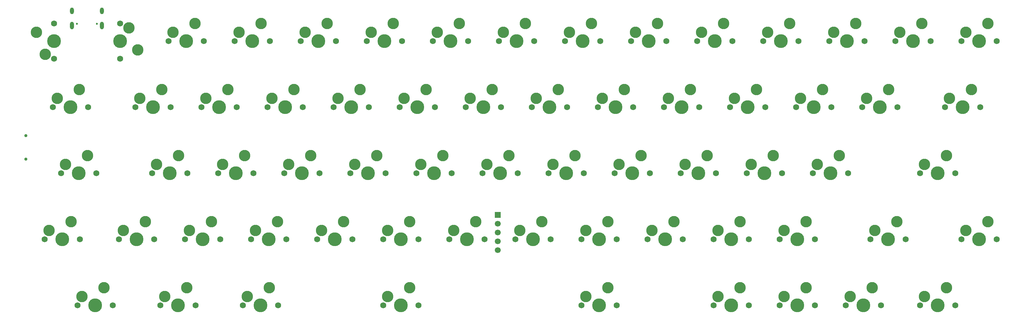
<source format=gbr>
%TF.GenerationSoftware,KiCad,Pcbnew,9.0.1*%
%TF.CreationDate,2025-05-13T23:50:47+09:00*%
%TF.ProjectId,H360,48333630-2e6b-4696-9361-645f70636258,rev?*%
%TF.SameCoordinates,Original*%
%TF.FileFunction,Soldermask,Top*%
%TF.FilePolarity,Negative*%
%FSLAX46Y46*%
G04 Gerber Fmt 4.6, Leading zero omitted, Abs format (unit mm)*
G04 Created by KiCad (PCBNEW 9.0.1) date 2025-05-13 23:50:47*
%MOMM*%
%LPD*%
G01*
G04 APERTURE LIST*
%ADD10R,1.700000X1.700000*%
%ADD11C,1.700000*%
%ADD12C,1.750000*%
%ADD13C,3.987800*%
%ADD14C,3.300000*%
%ADD15C,0.600000*%
%ADD16O,1.104000X2.204000*%
%ADD17O,1.104000X1.904000*%
%ADD18C,0.900000*%
G04 APERTURE END LIST*
D10*
%TO.C,REF\u002A\u002A*%
X206500000Y-162000000D03*
D11*
X206500000Y-164540000D03*
X206500000Y-167080000D03*
X206500000Y-169620000D03*
X206500000Y-172160000D03*
%TD*%
D12*
%TO.C,MX21*%
X188436250Y-130968750D03*
D13*
X183356250Y-130968750D03*
D12*
X178276250Y-130968750D03*
D14*
X179546250Y-128428750D03*
X185896250Y-125888750D03*
%TD*%
D12*
%TO.C,MX61*%
X240823750Y-188118750D03*
D13*
X235743750Y-188118750D03*
D12*
X230663750Y-188118750D03*
D14*
X231933750Y-185578750D03*
X238283750Y-183038750D03*
%TD*%
D12*
%TO.C,MX9*%
X236061250Y-111918750D03*
D13*
X230981250Y-111918750D03*
D12*
X225901250Y-111918750D03*
D14*
X227171250Y-109378750D03*
X233521250Y-106838750D03*
%TD*%
D12*
%TO.C,MX5*%
X159861250Y-111918750D03*
D13*
X154781250Y-111918750D03*
D12*
X149701250Y-111918750D03*
D14*
X150971250Y-109378750D03*
X157321250Y-106838750D03*
%TD*%
D12*
%TO.C,MX26*%
X283686250Y-130968750D03*
D13*
X278606250Y-130968750D03*
D12*
X273526250Y-130968750D03*
D14*
X274796250Y-128428750D03*
X281146250Y-125888750D03*
%TD*%
D12*
%TO.C,MX1*%
X78581250Y-106838750D03*
D13*
X78581250Y-111918750D03*
D12*
X78581250Y-116998750D03*
D14*
X76041250Y-115728750D03*
X73501250Y-109378750D03*
%TD*%
D12*
%TO.C,MX10*%
X255111250Y-111918750D03*
D13*
X250031250Y-111918750D03*
D12*
X244951250Y-111918750D03*
D14*
X246221250Y-109378750D03*
X252571250Y-106838750D03*
%TD*%
D12*
%TO.C,MX19*%
X150336250Y-130968750D03*
D13*
X145256250Y-130968750D03*
D12*
X140176250Y-130968750D03*
D14*
X141446250Y-128428750D03*
X147796250Y-125888750D03*
%TD*%
D12*
%TO.C,MX45*%
X126523750Y-169068750D03*
D13*
X121443750Y-169068750D03*
D12*
X116363750Y-169068750D03*
D14*
X117633750Y-166528750D03*
X123983750Y-163988750D03*
%TD*%
D12*
%TO.C,MX63*%
X297973750Y-188118750D03*
D13*
X292893750Y-188118750D03*
D12*
X287813750Y-188118750D03*
D14*
X289083750Y-185578750D03*
X295433750Y-183038750D03*
%TD*%
D12*
%TO.C,MX35*%
X193198750Y-150018750D03*
D13*
X188118750Y-150018750D03*
D12*
X183038750Y-150018750D03*
D14*
X184308750Y-147478750D03*
X190658750Y-144938750D03*
%TD*%
D12*
%TO.C,MX16*%
X88423750Y-130968750D03*
D13*
X83343750Y-130968750D03*
D12*
X78263750Y-130968750D03*
D14*
X79533750Y-128428750D03*
X85883750Y-125888750D03*
%TD*%
D12*
%TO.C,MX53*%
X278923750Y-169068750D03*
D13*
X273843750Y-169068750D03*
D12*
X268763750Y-169068750D03*
D14*
X270033750Y-166528750D03*
X276383750Y-163988750D03*
%TD*%
D12*
%TO.C,MX30*%
X90805000Y-150018750D03*
D13*
X85725000Y-150018750D03*
D12*
X80645000Y-150018750D03*
D14*
X81915000Y-147478750D03*
X88265000Y-144938750D03*
%TD*%
D12*
%TO.C,MX23*%
X226536250Y-130968750D03*
D13*
X221456250Y-130968750D03*
D12*
X216376250Y-130968750D03*
D14*
X217646250Y-128428750D03*
X223996250Y-125888750D03*
%TD*%
D12*
%TO.C,MX11*%
X274161250Y-111918750D03*
D13*
X269081250Y-111918750D03*
D12*
X264001250Y-111918750D03*
D14*
X265271250Y-109378750D03*
X271621250Y-106838750D03*
%TD*%
D12*
%TO.C,MX46*%
X145573750Y-169068750D03*
D13*
X140493750Y-169068750D03*
D12*
X135413750Y-169068750D03*
D14*
X136683750Y-166528750D03*
X143033750Y-163988750D03*
%TD*%
D12*
%TO.C,MX18*%
X131286250Y-130968750D03*
D13*
X126206250Y-130968750D03*
D12*
X121126250Y-130968750D03*
D14*
X122396250Y-128428750D03*
X128746250Y-125888750D03*
%TD*%
D12*
%TO.C,MX49*%
X202723750Y-169068750D03*
D13*
X197643750Y-169068750D03*
D12*
X192563750Y-169068750D03*
D14*
X193833750Y-166528750D03*
X200183750Y-163988750D03*
%TD*%
D15*
%TO.C,J1*%
X85216250Y-106867500D03*
X90996250Y-106867500D03*
D16*
X83781250Y-107357500D03*
X92431250Y-107357500D03*
D17*
X83781250Y-103187500D03*
X92431250Y-103187500D03*
%TD*%
D12*
%TO.C,MX22*%
X207486250Y-130968750D03*
D13*
X202406250Y-130968750D03*
D12*
X197326250Y-130968750D03*
D14*
X198596250Y-128428750D03*
X204946250Y-125888750D03*
%TD*%
D18*
%TO.C,SW1*%
X70500000Y-145900000D03*
X70500000Y-139100000D03*
%TD*%
D12*
%TO.C,MX29*%
X345598750Y-130968750D03*
D13*
X340518750Y-130968750D03*
D12*
X335438750Y-130968750D03*
D14*
X336708750Y-128428750D03*
X343058750Y-125888750D03*
%TD*%
D12*
%TO.C,MX39*%
X269398750Y-150018750D03*
D13*
X264318750Y-150018750D03*
D12*
X259238750Y-150018750D03*
D14*
X260508750Y-147478750D03*
X266858750Y-144938750D03*
%TD*%
D12*
%TO.C,MX4*%
X140811250Y-111918750D03*
D13*
X135731250Y-111918750D03*
D12*
X130651250Y-111918750D03*
D14*
X131921250Y-109378750D03*
X138271250Y-106838750D03*
%TD*%
D12*
%TO.C,MX55*%
X324167500Y-169068750D03*
D13*
X319087500Y-169068750D03*
D12*
X314007500Y-169068750D03*
D14*
X315277500Y-166528750D03*
X321627500Y-163988750D03*
%TD*%
D12*
%TO.C,MX56*%
X350361250Y-169068750D03*
D13*
X345281250Y-169068750D03*
D12*
X340201250Y-169068750D03*
D14*
X341471250Y-166528750D03*
X347821250Y-163988750D03*
%TD*%
D12*
%TO.C,MX33*%
X155098750Y-150018750D03*
D13*
X150018750Y-150018750D03*
D12*
X144938750Y-150018750D03*
D14*
X146208750Y-147478750D03*
X152558750Y-144938750D03*
%TD*%
D12*
%TO.C,MX43*%
X86042500Y-169068750D03*
D13*
X80962500Y-169068750D03*
D12*
X75882500Y-169068750D03*
D14*
X77152500Y-166528750D03*
X83502500Y-163988750D03*
%TD*%
D12*
%TO.C,MX41*%
X307498750Y-150018750D03*
D13*
X302418750Y-150018750D03*
D12*
X297338750Y-150018750D03*
D14*
X298608750Y-147478750D03*
X304958750Y-144938750D03*
%TD*%
D12*
%TO.C,MX27*%
X302736250Y-130968750D03*
D13*
X297656250Y-130968750D03*
D12*
X292576250Y-130968750D03*
D14*
X293846250Y-128428750D03*
X300196250Y-125888750D03*
%TD*%
D12*
%TO.C,MX64*%
X317023750Y-188118750D03*
D13*
X311943750Y-188118750D03*
D12*
X306863750Y-188118750D03*
D14*
X308133750Y-185578750D03*
X314483750Y-183038750D03*
%TD*%
D12*
%TO.C,MX28*%
X321786250Y-130968750D03*
D13*
X316706250Y-130968750D03*
D12*
X311626250Y-130968750D03*
D14*
X312896250Y-128428750D03*
X319246250Y-125888750D03*
%TD*%
D12*
%TO.C,MX50*%
X221773750Y-169068750D03*
D13*
X216693750Y-169068750D03*
D12*
X211613750Y-169068750D03*
D14*
X212883750Y-166528750D03*
X219233750Y-163988750D03*
%TD*%
D12*
%TO.C,MX48*%
X183673750Y-169068750D03*
D13*
X178593750Y-169068750D03*
D12*
X173513750Y-169068750D03*
D14*
X174783750Y-166528750D03*
X181133750Y-163988750D03*
%TD*%
D12*
%TO.C,MX44*%
X107473750Y-169068750D03*
D13*
X102393750Y-169068750D03*
D12*
X97313750Y-169068750D03*
D14*
X98583750Y-166528750D03*
X104933750Y-163988750D03*
%TD*%
D12*
%TO.C,MX34*%
X174148750Y-150018750D03*
D13*
X169068750Y-150018750D03*
D12*
X163988750Y-150018750D03*
D14*
X165258750Y-147478750D03*
X171608750Y-144938750D03*
%TD*%
D12*
%TO.C,MX2*%
X97631250Y-116998750D03*
D13*
X97631250Y-111918750D03*
D12*
X97631250Y-106838750D03*
D14*
X100171250Y-108108750D03*
X102711250Y-114458750D03*
%TD*%
D12*
%TO.C,MX38*%
X250348750Y-150018750D03*
D13*
X245268750Y-150018750D03*
D12*
X240188750Y-150018750D03*
D14*
X241458750Y-147478750D03*
X247808750Y-144938750D03*
%TD*%
D12*
%TO.C,MX24*%
X245586250Y-130968750D03*
D13*
X240506250Y-130968750D03*
D12*
X235426250Y-130968750D03*
D14*
X236696250Y-128428750D03*
X243046250Y-125888750D03*
%TD*%
D12*
%TO.C,MX13*%
X312261250Y-111918750D03*
D13*
X307181250Y-111918750D03*
D12*
X302101250Y-111918750D03*
D14*
X303371250Y-109378750D03*
X309721250Y-106838750D03*
%TD*%
D12*
%TO.C,MX3*%
X121761250Y-111918750D03*
D13*
X116681250Y-111918750D03*
D12*
X111601250Y-111918750D03*
D14*
X112871250Y-109378750D03*
X119221250Y-106838750D03*
%TD*%
D12*
%TO.C,MX36*%
X212248750Y-150018750D03*
D13*
X207168750Y-150018750D03*
D12*
X202088750Y-150018750D03*
D14*
X203358750Y-147478750D03*
X209708750Y-144938750D03*
%TD*%
D12*
%TO.C,MX31*%
X116998750Y-150018750D03*
D13*
X111918750Y-150018750D03*
D12*
X106838750Y-150018750D03*
D14*
X108108750Y-147478750D03*
X114458750Y-144938750D03*
%TD*%
D12*
%TO.C,MX58*%
X119380000Y-188118750D03*
D13*
X114300000Y-188118750D03*
D12*
X109220000Y-188118750D03*
D14*
X110490000Y-185578750D03*
X116840000Y-183038750D03*
%TD*%
D12*
%TO.C,MX20*%
X169386250Y-130968750D03*
D13*
X164306250Y-130968750D03*
D12*
X159226250Y-130968750D03*
D14*
X160496250Y-128428750D03*
X166846250Y-125888750D03*
%TD*%
D12*
%TO.C,MX14*%
X331311250Y-111918750D03*
D13*
X326231250Y-111918750D03*
D12*
X321151250Y-111918750D03*
D14*
X322421250Y-109378750D03*
X328771250Y-106838750D03*
%TD*%
D12*
%TO.C,MX62*%
X278923750Y-188118750D03*
D13*
X273843750Y-188118750D03*
D12*
X268763750Y-188118750D03*
D14*
X270033750Y-185578750D03*
X276383750Y-183038750D03*
%TD*%
D12*
%TO.C,MX17*%
X112236250Y-130968750D03*
D13*
X107156250Y-130968750D03*
D12*
X102076250Y-130968750D03*
D14*
X103346250Y-128428750D03*
X109696250Y-125888750D03*
%TD*%
D12*
%TO.C,MX60*%
X183673750Y-188118750D03*
D13*
X178593750Y-188118750D03*
D12*
X173513750Y-188118750D03*
D14*
X174783750Y-185578750D03*
X181133750Y-183038750D03*
%TD*%
D12*
%TO.C,MX51*%
X240823750Y-169068750D03*
D13*
X235743750Y-169068750D03*
D12*
X230663750Y-169068750D03*
D14*
X231933750Y-166528750D03*
X238283750Y-163988750D03*
%TD*%
D12*
%TO.C,MX8*%
X217011250Y-111918750D03*
D13*
X211931250Y-111918750D03*
D12*
X206851250Y-111918750D03*
D14*
X208121250Y-109378750D03*
X214471250Y-106838750D03*
%TD*%
D12*
%TO.C,MX42*%
X338455000Y-150018750D03*
D13*
X333375000Y-150018750D03*
D12*
X328295000Y-150018750D03*
D14*
X329565000Y-147478750D03*
X335915000Y-144938750D03*
%TD*%
D12*
%TO.C,MX32*%
X136048750Y-150018750D03*
D13*
X130968750Y-150018750D03*
D12*
X125888750Y-150018750D03*
D14*
X127158750Y-147478750D03*
X133508750Y-144938750D03*
%TD*%
D12*
%TO.C,MX25*%
X264636250Y-130968750D03*
D13*
X259556250Y-130968750D03*
D12*
X254476250Y-130968750D03*
D14*
X255746250Y-128428750D03*
X262096250Y-125888750D03*
%TD*%
D12*
%TO.C,MX15*%
X350361250Y-111918750D03*
D13*
X345281250Y-111918750D03*
D12*
X340201250Y-111918750D03*
D14*
X341471250Y-109378750D03*
X347821250Y-106838750D03*
%TD*%
D12*
%TO.C,MX52*%
X259873750Y-169068750D03*
D13*
X254793750Y-169068750D03*
D12*
X249713750Y-169068750D03*
D14*
X250983750Y-166528750D03*
X257333750Y-163988750D03*
%TD*%
D12*
%TO.C,MX37*%
X231298750Y-150018750D03*
D13*
X226218750Y-150018750D03*
D12*
X221138750Y-150018750D03*
D14*
X222408750Y-147478750D03*
X228758750Y-144938750D03*
%TD*%
D12*
%TO.C,MX47*%
X164623750Y-169068750D03*
D13*
X159543750Y-169068750D03*
D12*
X154463750Y-169068750D03*
D14*
X155733750Y-166528750D03*
X162083750Y-163988750D03*
%TD*%
D12*
%TO.C,MX6*%
X178911250Y-111918750D03*
D13*
X173831250Y-111918750D03*
D12*
X168751250Y-111918750D03*
D14*
X170021250Y-109378750D03*
X176371250Y-106838750D03*
%TD*%
D12*
%TO.C,MX7*%
X197961250Y-111918750D03*
D13*
X192881250Y-111918750D03*
D12*
X187801250Y-111918750D03*
D14*
X189071250Y-109378750D03*
X195421250Y-106838750D03*
%TD*%
D12*
%TO.C,MX54*%
X297973750Y-169068750D03*
D13*
X292893750Y-169068750D03*
D12*
X287813750Y-169068750D03*
D14*
X289083750Y-166528750D03*
X295433750Y-163988750D03*
%TD*%
D12*
%TO.C,MX65*%
X338455000Y-188118750D03*
D13*
X333375000Y-188118750D03*
D12*
X328295000Y-188118750D03*
D14*
X329565000Y-185578750D03*
X335915000Y-183038750D03*
%TD*%
D12*
%TO.C,MX40*%
X288448750Y-150018750D03*
D13*
X283368750Y-150018750D03*
D12*
X278288750Y-150018750D03*
D14*
X279558750Y-147478750D03*
X285908750Y-144938750D03*
%TD*%
D12*
%TO.C,MX12*%
X293211250Y-111918750D03*
D13*
X288131250Y-111918750D03*
D12*
X283051250Y-111918750D03*
D14*
X284321250Y-109378750D03*
X290671250Y-106838750D03*
%TD*%
D12*
%TO.C,MX59*%
X143192500Y-188118750D03*
D13*
X138112500Y-188118750D03*
D12*
X133032500Y-188118750D03*
D14*
X134302500Y-185578750D03*
X140652500Y-183038750D03*
%TD*%
D12*
%TO.C,MX57*%
X95567500Y-188118750D03*
D13*
X90487500Y-188118750D03*
D12*
X85407500Y-188118750D03*
D14*
X86677500Y-185578750D03*
X93027500Y-183038750D03*
%TD*%
M02*

</source>
